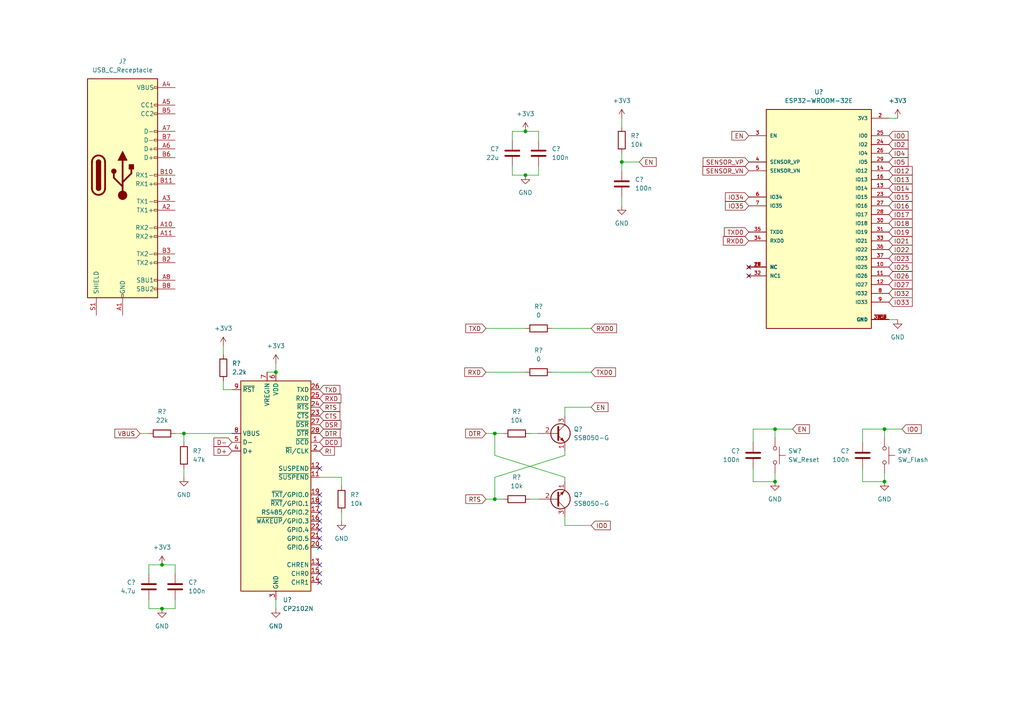
<source format=kicad_sch>
(kicad_sch (version 20211123) (generator eeschema)
  (paper "A4")
  (title_block (title "ESP32") (rev "1.0"))
  (lib_symbols
    (symbol "Connector:USB_C_Receptacle" (pin_names (offset 1.016))
      (property "Reference" "J" (at -10.16 29.21 0))
      (property "Value" "USB_C_Receptacle" (at 10.16 29.21 0))
      (symbol "USB_C_Receptacle_0_0"
        (rectangle (start -0.254 -35.56) (end 0.254 -34.544))
        (rectangle (start 10.16 -32.766) (end 9.144 -33.274))
        (rectangle (start 10.16 -30.226) (end 9.144 -30.734))
        (rectangle (start 10.16 -25.146) (end 9.144 -25.654))
        (rectangle (start 10.16 -22.606) (end 9.144 -23.114))
        (rectangle (start 10.16 -17.526) (end 9.144 -18.034))
        (rectangle (start 10.16 -14.986) (end 9.144 -15.494))
        (rectangle (start 10.16 -9.906) (end 9.144 -10.414))
        (rectangle (start 10.16 -7.366) (end 9.144 -7.874))
        (rectangle (start 10.16 -2.286) (end 9.144 -2.794))
        (rectangle (start 10.16 0.254) (end 9.144 -0.254))
        (rectangle (start 10.16 5.334) (end 9.144 4.826))
        (rectangle (start 10.16 7.874) (end 9.144 7.366))
        (rectangle (start 10.16 10.414) (end 9.144 9.906))
        (rectangle (start 10.16 12.954) (end 9.144 12.446))
        (rectangle (start 10.16 18.034) (end 9.144 17.526))
        (rectangle (start 10.16 20.574) (end 9.144 20.066))
        (rectangle (start 10.16 25.654) (end 9.144 25.146))
      )
      (symbol "USB_C_Receptacle_0_1"
        (rectangle (start -10.16 27.94) (end 10.16 -35.56) (stroke (width 0.254)) (fill (type background)))
        (arc (start -8.89 -3.81) (mid -6.985 -5.715) (end -5.08 -3.81) (stroke (width 0.508)))
        (arc (start -7.62 -3.81) (mid -6.985 -4.445) (end -6.35 -3.81) (stroke (width 0.254)))
        (arc (start -7.62 -3.81) (mid -6.985 -4.445) (end -6.35 -3.81) (stroke (width 0.254)) (fill (type outline)))
        (rectangle (start -7.62 -3.81) (end -6.35 3.81) (stroke (width 0.254)) (fill (type outline)))
        (arc (start -6.35 3.81) (mid -6.985 4.445) (end -7.62 3.81) (stroke (width 0.254)))
        (arc (start -6.35 3.81) (mid -6.985 4.445) (end -7.62 3.81) (stroke (width 0.254)) (fill (type outline)))
        (arc (start -5.08 3.81) (mid -6.985 5.715) (end -8.89 3.81) (stroke (width 0.508)))
        (polyline (pts (xy -8.89 -3.81) (xy -8.89 3.81)) (stroke (width 0.508)))
        (polyline (pts (xy -5.08 3.81) (xy -5.08 -3.81)) (stroke (width 0.508)))
      )
      (symbol "USB_C_Receptacle_1_1"
        (circle (center -2.54 1.143) (radius 0.635) (stroke (width 0.254)) (fill (type outline)))
        (circle (center 0 -5.842) (radius 1.27) (fill (type outline)))
        (polyline (pts (xy 0 -5.842) (xy 0 4.318)) (stroke (width 0.508)))
        (polyline (pts (xy 0 -3.302) (xy -2.54 -0.762) (xy -2.54 0.508)) (stroke (width 0.508)))
        (polyline (pts (xy 0 -2.032) (xy 2.54 0.508) (xy 2.54 1.778)) (stroke (width 0.508)))
        (polyline (pts (xy -1.27 4.318) (xy 0 6.858) (xy 1.27 4.318) (xy -1.27 4.318)) (stroke (width 0.254)) (fill (type outline)))
        (rectangle (start 1.905 1.778) (end 3.175 3.048) (stroke (width 0.254)) (fill (type outline)))
        (pin passive line (at 0 -40.64 90) (length 5.08) (name "GND") (number "A1"))
        (pin bidirectional line (at 15.24 -15.24 180) (length 5.08) (name "RX2-") (number "A10"))
        (pin bidirectional line (at 15.24 -17.78 180) (length 5.08) (name "RX2+") (number "A11"))
        (pin passive line (at 0 -40.64 90) (length 5.08) hide (name "GND") (number "A12"))
        (pin bidirectional line (at 15.24 -10.16 180) (length 5.08) (name "TX1+") (number "A2"))
        (pin bidirectional line (at 15.24 -7.62 180) (length 5.08) (name "TX1-") (number "A3"))
        (pin passive line (at 15.24 25.4 180) (length 5.08) (name "VBUS") (number "A4"))
        (pin bidirectional line (at 15.24 20.32 180) (length 5.08) (name "CC1") (number "A5"))
        (pin bidirectional line (at 15.24 7.62 180) (length 5.08) (name "D+") (number "A6"))
        (pin bidirectional line (at 15.24 12.7 180) (length 5.08) (name "D-") (number "A7"))
        (pin bidirectional line (at 15.24 -30.48 180) (length 5.08) (name "SBU1") (number "A8"))
        (pin passive line (at 15.24 25.4 180) (length 5.08) hide (name "VBUS") (number "A9"))
        (pin passive line (at 0 -40.64 90) (length 5.08) hide (name "GND") (number "B1"))
        (pin bidirectional line (at 15.24 0 180) (length 5.08) (name "RX1-") (number "B10"))
        (pin bidirectional line (at 15.24 -2.54 180) (length 5.08) (name "RX1+") (number "B11"))
        (pin passive line (at 0 -40.64 90) (length 5.08) hide (name "GND") (number "B12"))
        (pin bidirectional line (at 15.24 -25.4 180) (length 5.08) (name "TX2+") (number "B2"))
        (pin bidirectional line (at 15.24 -22.86 180) (length 5.08) (name "TX2-") (number "B3"))
        (pin passive line (at 15.24 25.4 180) (length 5.08) hide (name "VBUS") (number "B4"))
        (pin bidirectional line (at 15.24 17.78 180) (length 5.08) (name "CC2") (number "B5"))
        (pin bidirectional line (at 15.24 5.08 180) (length 5.08) (name "D+") (number "B6"))
        (pin bidirectional line (at 15.24 10.16 180) (length 5.08) (name "D-") (number "B7"))
        (pin bidirectional line (at 15.24 -33.02 180) (length 5.08) (name "SBU2") (number "B8"))
        (pin passive line (at 15.24 25.4 180) (length 5.08) hide (name "VBUS") (number "B9"))
        (pin passive line (at -7.62 -40.64 90) (length 5.08) (name "SHIELD") (number "S1"))
      )
    )
    (symbol "Device:C" (pin_numbers hide) (pin_names (offset 0.254))
      (property "Reference" "C" (at 0.635 2.54 0))
      (property "Value" "C" (at 0.635 -2.54 0))
      (symbol "C_0_1"
        (polyline (pts (xy -2.032 -0.762) (xy 2.032 -0.762)) (stroke (width 0.508)))
        (polyline (pts (xy -2.032 0.762) (xy 2.032 0.762)) (stroke (width 0.508)))
      )
      (symbol "C_1_1"
        (pin passive line (at 0 3.81 270) (length 2.794) (name "~") (number "1"))
        (pin passive line (at 0 -3.81 90) (length 2.794) (name "~") (number "2"))
      )
    )
    (symbol "Device:R" (pin_numbers hide) (pin_names (offset 0))
      (property "Reference" "R" (at 2.032 0 90))
      (property "Value" "R" (at 0 0 90))
      (symbol "R_0_1"
        (rectangle (start -1.016 -2.54) (end 1.016 2.54) (stroke (width 0.254)))
      )
      (symbol "R_1_1"
        (pin passive line (at 0 3.81 270) (length 1.27) (name "~") (number "1"))
        (pin passive line (at 0 -3.81 90) (length 1.27) (name "~") (number "2"))
      )
    )
    (symbol "ESP32-WROOM-32E__16MB_:ESP32-WROOM-32E_(16MB)" (pin_names (offset 1.016))
      (property "Reference" "U" (at -15.24 33.909 0))
      (property "Value" "ESP32-WROOM-32E_(16MB)" (at -15.24 -33.02 0))
      (symbol "ESP32-WROOM-32E_(16MB)_0_0"
        (rectangle (start -15.24 -30.48) (end 15.24 33.02) (stroke (width 0.254)) (fill (type background)))
        (pin power_in line (at 20.32 -27.94 180) (length 5.08) (name "GND") (number "1"))
        (pin bidirectional line (at 20.32 -12.7 180) (length 5.08) (name "IO25") (number "10"))
        (pin bidirectional line (at 20.32 -15.24 180) (length 5.08) (name "IO26") (number "11"))
        (pin bidirectional line (at 20.32 -17.78 180) (length 5.08) (name "IO27") (number "12"))
        (pin bidirectional line (at 20.32 10.16 180) (length 5.08) (name "IO14") (number "13"))
        (pin bidirectional line (at 20.32 15.24 180) (length 5.08) (name "IO12") (number "14"))
        (pin power_in line (at 20.32 -27.94 180) (length 5.08) (name "GND") (number "15"))
        (pin bidirectional line (at 20.32 12.7 180) (length 5.08) (name "IO13") (number "16"))
        (pin no_connect line (at -20.32 -12.7 0) (length 5.08) (name "NC") (number "17"))
        (pin no_connect line (at -20.32 -12.7 0) (length 5.08) (name "NC") (number "18"))
        (pin no_connect line (at -20.32 -12.7 0) (length 5.08) (name "NC") (number "19"))
        (pin power_in line (at 20.32 30.48 180) (length 5.08) (name "3V3") (number "2"))
        (pin no_connect line (at -20.32 -12.7 0) (length 5.08) (name "NC") (number "20"))
        (pin no_connect line (at -20.32 -12.7 0) (length 5.08) (name "NC") (number "21"))
        (pin no_connect line (at -20.32 -12.7 0) (length 5.08) (name "NC") (number "22"))
        (pin bidirectional line (at 20.32 7.62 180) (length 5.08) (name "IO15") (number "23"))
        (pin bidirectional line (at 20.32 22.86 180) (length 5.08) (name "IO2") (number "24"))
        (pin bidirectional line (at 20.32 25.4 180) (length 5.08) (name "IO0") (number "25"))
        (pin bidirectional line (at 20.32 20.32 180) (length 5.08) (name "IO4") (number "26"))
        (pin bidirectional line (at 20.32 5.08 180) (length 5.08) (name "IO16") (number "27"))
        (pin bidirectional line (at 20.32 2.54 180) (length 5.08) (name "IO17") (number "28"))
        (pin bidirectional line (at 20.32 17.78 180) (length 5.08) (name "IO5") (number "29"))
        (pin input line (at -20.32 25.4 0) (length 5.08) (name "EN") (number "3"))
        (pin bidirectional line (at 20.32 0 180) (length 5.08) (name "IO18") (number "30"))
        (pin bidirectional line (at 20.32 -2.54 180) (length 5.08) (name "IO19") (number "31"))
        (pin no_connect line (at -20.32 -15.24 0) (length 5.08) (name "NC1") (number "32"))
        (pin bidirectional line (at 20.32 -5.08 180) (length 5.08) (name "IO21") (number "33"))
        (pin bidirectional line (at -20.32 -5.08 0) (length 5.08) (name "RXD0") (number "34"))
        (pin bidirectional line (at -20.32 -2.54 0) (length 5.08) (name "TXD0") (number "35"))
        (pin bidirectional line (at 20.32 -7.62 180) (length 5.08) (name "IO22") (number "36"))
        (pin bidirectional line (at 20.32 -10.16 180) (length 5.08) (name "IO23") (number "37"))
        (pin power_in line (at 20.32 -27.94 180) (length 5.08) (name "GND") (number "38"))
        (pin power_in line (at 20.32 -27.94 180) (length 5.08) (name "GND") (number "39_1"))
        (pin power_in line (at 20.32 -27.94 180) (length 5.08) (name "GND") (number "39_2"))
        (pin power_in line (at 20.32 -27.94 180) (length 5.08) (name "GND") (number "39_3"))
        (pin power_in line (at 20.32 -27.94 180) (length 5.08) (name "GND") (number "39_4"))
        (pin power_in line (at 20.32 -27.94 180) (length 5.08) (name "GND") (number "39_5"))
        (pin power_in line (at 20.32 -27.94 180) (length 5.08) (name "GND") (number "39_6"))
        (pin power_in line (at 20.32 -27.94 180) (length 5.08) (name "GND") (number "39_7"))
        (pin power_in line (at 20.32 -27.94 180) (length 5.08) (name "GND") (number "39_8"))
        (pin power_in line (at 20.32 -27.94 180) (length 5.08) (name "GND") (number "39_9"))
        (pin input line (at -20.32 17.78 0) (length 5.08) (name "SENSOR_VP") (number "4"))
        (pin input line (at -20.32 15.24 0) (length 5.08) (name "SENSOR_VN") (number "5"))
        (pin input line (at -20.32 7.62 0) (length 5.08) (name "IO34") (number "6"))
        (pin input line (at -20.32 5.08 0) (length 5.08) (name "IO35") (number "7"))
        (pin bidirectional line (at 20.32 -20.32 180) (length 5.08) (name "IO32") (number "8"))
        (pin bidirectional line (at 20.32 -22.86 180) (length 5.08) (name "IO33") (number "9"))
      )
    )
    (symbol "Interface_USB:CP2102N-Axx-xQFN28"
      (property "Reference" "U" (at -8.89 31.75 0))
      (property "Value" "CP2102N-Axx-xQFN28" (at 12.7 31.75 0))
      (symbol "CP2102N-Axx-xQFN28_0_1"
        (rectangle (start -10.16 30.48) (end 10.16 -30.48) (stroke (width 0.254)) (fill (type background)))
      )
      (symbol "CP2102N-Axx-xQFN28_1_1"
        (pin input line (at 12.7 12.7 180) (length 2.54) (name "~{DCD}") (number "1"))
        (pin no_connect line (at -10.16 -27.94 0) (length 2.54) hide (name "NC") (number "10"))
        (pin output line (at 12.7 2.54 180) (length 2.54) (name "~{SUSPEND}") (number "11"))
        (pin output line (at 12.7 5.08 180) (length 2.54) (name "SUSPEND") (number "12"))
        (pin output line (at 12.7 -22.86 180) (length 2.54) (name "CHREN") (number "13"))
        (pin output line (at 12.7 -27.94 180) (length 2.54) (name "CHR1") (number "14"))
        (pin output line (at 12.7 -25.4 180) (length 2.54) (name "CHR0") (number "15"))
        (pin bidirectional line (at 12.7 -10.16 180) (length 2.54) (name "~{WAKEUP}/GPIO.3") (number "16"))
        (pin bidirectional line (at 12.7 -7.62 180) (length 2.54) (name "RS485/GPIO.2") (number "17"))
        (pin bidirectional line (at 12.7 -5.08 180) (length 2.54) (name "~{RXT}/GPIO.1") (number "18"))
        (pin bidirectional line (at 12.7 -2.54 180) (length 2.54) (name "~{TXT}/GPIO.0") (number "19"))
        (pin bidirectional line (at 12.7 10.16 180) (length 2.54) (name "~{RI}/CLK") (number "2"))
        (pin bidirectional line (at 12.7 -17.78 180) (length 2.54) (name "GPIO.6") (number "20"))
        (pin bidirectional line (at 12.7 -15.24 180) (length 2.54) (name "GPIO.5") (number "21"))
        (pin bidirectional line (at 12.7 -12.7 180) (length 2.54) (name "GPIO.4") (number "22"))
        (pin input line (at 12.7 20.32 180) (length 2.54) (name "~{CTS}") (number "23"))
        (pin output line (at 12.7 22.86 180) (length 2.54) (name "~{RTS}") (number "24"))
        (pin input line (at 12.7 25.4 180) (length 2.54) (name "RXD") (number "25"))
        (pin output line (at 12.7 27.94 180) (length 2.54) (name "TXD") (number "26"))
        (pin input line (at 12.7 17.78 180) (length 2.54) (name "~{DSR}") (number "27"))
        (pin output line (at 12.7 15.24 180) (length 2.54) (name "~{DTR}") (number "28"))
        (pin passive line (at 0 -33.02 90) (length 2.54) hide (name "GND") (number "29"))
        (pin power_in line (at 0 -33.02 90) (length 2.54) (name "GND") (number "3"))
        (pin bidirectional line (at -12.7 10.16 0) (length 2.54) (name "D+") (number "4"))
        (pin bidirectional line (at -12.7 12.7 0) (length 2.54) (name "D-") (number "5"))
        (pin power_in line (at 0 33.02 270) (length 2.54) (name "VDD") (number "6"))
        (pin power_in line (at -2.54 33.02 270) (length 2.54) (name "VREGIN") (number "7"))
        (pin input line (at -12.7 15.24 0) (length 2.54) (name "VBUS") (number "8"))
        (pin input line (at -12.7 27.94 0) (length 2.54) (name "~{RST}") (number "9"))
      )
    )
    (symbol "Switch:SW_Push" (pin_numbers hide) (pin_names (offset 1.016) hide)
      (property "Reference" "SW" (at 1.27 2.54 0))
      (property "Value" "SW_Push" (at 0 -1.524 0))
      (symbol "SW_Push_0_1"
        (circle (center -2.032 0) (radius 0.508))
        (polyline (pts (xy 0 1.27) (xy 0 3.048)))
        (polyline (pts (xy 2.54 1.27) (xy -2.54 1.27)))
        (circle (center 2.032 0) (radius 0.508))
        (pin passive line (at -5.08 0 0) (length 2.54) (name "1") (number "1"))
        (pin passive line (at 5.08 0 180) (length 2.54) (name "2") (number "2"))
      )
    )
    (symbol "Transistor_BJT:S8050" (pin_names (offset 0) hide)
      (property "Reference" "Q" (at 5.08 1.905 0))
      (property "Value" "S8050" (at 5.08 0 0))
      (symbol "S8050_0_1"
        (polyline (pts (xy 0 0) (xy 0.635 0)))
        (polyline (pts (xy 0.635 0.635) (xy 2.54 2.54)))
        (polyline (pts (xy 0.635 -0.635) (xy 2.54 -2.54) (xy 2.54 -2.54)))
        (polyline (pts (xy 0.635 1.905) (xy 0.635 -1.905) (xy 0.635 -1.905)) (stroke (width 0.508)))
        (polyline (pts (xy 1.27 -1.778) (xy 1.778 -1.27) (xy 2.286 -2.286) (xy 1.27 -1.778) (xy 1.27 -1.778)) (fill (type outline)))
        (circle (center 1.27 0) (radius 2.8194) (stroke (width 0.254)))
      )
      (symbol "S8050_1_1"
        (pin passive line (at 2.54 -5.08 90) (length 2.54) (name "E") (number "1"))
        (pin input line (at -5.08 0 0) (length 5.08) (name "B") (number "2"))
        (pin passive line (at 2.54 5.08 270) (length 2.54) (name "C") (number "3"))
      )
    )
    (symbol "power:+3V3" (power) (pin_names (offset 0))
      (property "Value" "+3V3" (at 0 3.556 0))
      (symbol "+3V3_0_1"
        (polyline (pts (xy -0.762 1.27) (xy 0 2.54)))
        (polyline (pts (xy 0 0) (xy 0 2.54)))
        (polyline (pts (xy 0 2.54) (xy 0.762 1.27)))
      )
      (symbol "+3V3_1_1"
        (pin power_in line (at 0 0 90) (length 0) hide (name "+3V3") (number "1"))
      )
    )
    (symbol "power:GND" (power) (pin_names (offset 0))
      (property "Value" "GND" (at 0 -3.81 0))
      (symbol "GND_0_1"
        (polyline (pts (xy 0 0) (xy 0 -1.27) (xy 1.27 -1.27) (xy 0 -2.54) (xy -1.27 -1.27) (xy 0 -1.27)))
      )
      (symbol "GND_1_1"
        (pin power_in line (at 0 0 270) (length 0) hide (name "GND") (number "1"))
      )
    )
  )
  (junction (at 152.4 50.8))
  (junction (at 80.01 107.95))
  (junction (at 224.79 139.7))
  (junction (at 53.34 125.73))
  (junction (at 152.4 38.1))
  (junction (at 224.79 124.46))
  (junction (at 143.51 125.73))
  (junction (at 180.34 46.99))
  (junction (at 46.99 176.53))
  (junction (at 256.54 139.7))
  (junction (at 46.99 163.83))
  (junction (at 143.51 144.78))
  (junction (at 256.54 124.46))
  (no_connect (at 217.17 77.47))
  (no_connect (at 217.17 80.01))
  (no_connect (at 92.71 158.75))
  (no_connect (at 92.71 166.37))
  (no_connect (at 92.71 163.83))
  (no_connect (at 92.71 151.13))
  (no_connect (at 92.71 168.91))
  (no_connect (at 92.71 146.05))
  (no_connect (at 92.71 148.59))
  (no_connect (at 92.71 156.21))
  (no_connect (at 92.71 153.67))
  (no_connect (at 92.71 143.51))
  (no_connect (at 92.71 135.89))
  (wire (pts (xy 218.44 139.7) (xy 224.79 139.7)))
  (wire (pts (xy 43.18 166.37) (xy 43.18 163.83)))
  (wire (pts (xy 143.51 125.73) (xy 143.51 132.08)))
  (wire (pts (xy 143.51 132.08) (xy 163.83 138.43)))
  (wire (pts (xy 140.97 107.95) (xy 152.4 107.95)))
  (wire (pts (xy 218.44 135.89) (xy 218.44 139.7)))
  (wire (pts (xy 180.34 34.29) (xy 180.34 36.83)))
  (wire (pts (xy 163.83 152.4) (xy 171.45 152.4)))
  (wire (pts (xy 218.44 128.27) (xy 218.44 124.46)))
  (wire (pts (xy 46.99 176.53) (xy 50.8 176.53)))
  (wire (pts (xy 163.83 152.4) (xy 163.83 149.86)))
  (wire (pts (xy 163.83 118.11) (xy 171.45 118.11)))
  (wire (pts (xy 80.01 173.99) (xy 80.01 176.53)))
  (wire (pts (xy 43.18 163.83) (xy 46.99 163.83)))
  (wire (pts (xy 80.01 105.41) (xy 80.01 107.95)))
  (wire (pts (xy 40.64 125.73) (xy 43.18 125.73)))
  (wire (pts (xy 180.34 44.45) (xy 180.34 46.99)))
  (wire (pts (xy 256.54 137.16) (xy 256.54 139.7)))
  (wire (pts (xy 64.77 100.33) (xy 64.77 102.87)))
  (wire (pts (xy 43.18 176.53) (xy 46.99 176.53)))
  (wire (pts (xy 152.4 50.8) (xy 156.21 50.8)))
  (wire (pts (xy 50.8 176.53) (xy 50.8 173.99)))
  (wire (pts (xy 180.34 46.99) (xy 180.34 49.53)))
  (wire (pts (xy 140.97 144.78) (xy 143.51 144.78)))
  (wire (pts (xy 250.19 135.89) (xy 250.19 139.7)))
  (wire (pts (xy 140.97 95.25) (xy 152.4 95.25)))
  (wire (pts (xy 153.67 125.73) (xy 156.21 125.73)))
  (wire (pts (xy 160.02 107.95) (xy 171.45 107.95)))
  (wire (pts (xy 99.06 138.43) (xy 99.06 140.97)))
  (wire (pts (xy 250.19 128.27) (xy 250.19 124.46)))
  (wire (pts (xy 224.79 137.16) (xy 224.79 139.7)))
  (wire (pts (xy 64.77 113.03) (xy 67.31 113.03)))
  (wire (pts (xy 43.18 173.99) (xy 43.18 176.53)))
  (wire (pts (xy 77.47 107.95) (xy 80.01 107.95)))
  (wire (pts (xy 92.71 138.43) (xy 99.06 138.43)))
  (wire (pts (xy 53.34 125.73) (xy 53.34 128.27)))
  (wire (pts (xy 153.67 144.78) (xy 156.21 144.78)))
  (wire (pts (xy 163.83 138.43) (xy 163.83 139.7)))
  (wire (pts (xy 148.59 50.8) (xy 152.4 50.8)))
  (wire (pts (xy 218.44 124.46) (xy 224.79 124.46)))
  (wire (pts (xy 257.81 34.29) (xy 260.35 34.29)))
  (wire (pts (xy 46.99 163.83) (xy 50.8 163.83)))
  (wire (pts (xy 163.83 130.81) (xy 163.83 132.08)))
  (wire (pts (xy 53.34 135.89) (xy 53.34 138.43)))
  (wire (pts (xy 180.34 46.99) (xy 185.42 46.99)))
  (wire (pts (xy 224.79 124.46) (xy 229.87 124.46)))
  (wire (pts (xy 152.4 38.1) (xy 156.21 38.1)))
  (wire (pts (xy 256.54 124.46) (xy 256.54 127)))
  (wire (pts (xy 156.21 38.1) (xy 156.21 40.64)))
  (wire (pts (xy 180.34 57.15) (xy 180.34 59.69)))
  (wire (pts (xy 156.21 50.8) (xy 156.21 48.26)))
  (wire (pts (xy 140.97 125.73) (xy 143.51 125.73)))
  (wire (pts (xy 143.51 125.73) (xy 146.05 125.73)))
  (wire (pts (xy 163.83 132.08) (xy 143.51 138.43)))
  (wire (pts (xy 224.79 124.46) (xy 224.79 127)))
  (wire (pts (xy 250.19 124.46) (xy 256.54 124.46)))
  (wire (pts (xy 148.59 48.26) (xy 148.59 50.8)))
  (wire (pts (xy 143.51 138.43) (xy 143.51 144.78)))
  (wire (pts (xy 50.8 163.83) (xy 50.8 166.37)))
  (wire (pts (xy 160.02 95.25) (xy 171.45 95.25)))
  (wire (pts (xy 256.54 124.46) (xy 261.62 124.46)))
  (wire (pts (xy 99.06 148.59) (xy 99.06 151.13)))
  (wire (pts (xy 250.19 139.7) (xy 256.54 139.7)))
  (wire (pts (xy 143.51 144.78) (xy 146.05 144.78)))
  (wire (pts (xy 50.8 125.73) (xy 53.34 125.73)))
  (wire (pts (xy 257.81 92.71) (xy 260.35 92.71)))
  (wire (pts (xy 148.59 40.64) (xy 148.59 38.1)))
  (wire (pts (xy 64.77 110.49) (xy 64.77 113.03)))
  (wire (pts (xy 53.34 125.73) (xy 67.31 125.73)))
  (wire (pts (xy 163.83 118.11) (xy 163.83 120.65)))
  (wire (pts (xy 148.59 38.1) (xy 152.4 38.1)))
  (global_label "RTS" (shape input) (at 92.71 118.11 0) (property "Intersheet References" "${INTERSHEET_REFS}" (effects hide)))
  (global_label "IO23" (shape input) (at 257.81 74.93 0) (property "Intersheet References" "${INTERSHEET_REFS}" (effects hide)))
  (global_label "TXD0" (shape input) (at 217.17 67.31 180) (property "Intersheet References" "${INTERSHEET_REFS}" (effects hide)))
  (global_label "IO4" (shape input) (at 257.81 44.45 0) (property "Intersheet References" "${INTERSHEET_REFS}" (effects hide)))
  (global_label "IO26" (shape input) (at 257.81 80.01 0) (property "Intersheet References" "${INTERSHEET_REFS}" (effects hide)))
  (global_label "IO17" (shape input) (at 257.81 62.23 0) (property "Intersheet References" "${INTERSHEET_REFS}" (effects hide)))
  (global_label "RXD" (shape input) (at 140.97 107.95 180) (property "Intersheet References" "${INTERSHEET_REFS}" (effects hide)))
  (global_label "IO27" (shape input) (at 257.81 82.55 0) (property "Intersheet References" "${INTERSHEET_REFS}" (effects hide)))
  (global_label "TXD0" (shape input) (at 171.45 107.95 0) (property "Intersheet References" "${INTERSHEET_REFS}" (effects hide)))
  (global_label "EN" (shape input) (at 185.42 46.99 0) (property "Intersheet References" "${INTERSHEET_REFS}" (effects hide)))
  (global_label "CTS" (shape input) (at 92.71 120.65 0) (property "Intersheet References" "${INTERSHEET_REFS}" (effects hide)))
  (global_label "IO18" (shape input) (at 257.81 64.77 0) (property "Intersheet References" "${INTERSHEET_REFS}" (effects hide)))
  (global_label "VBUS" (shape input) (at 40.64 125.73 180) (property "Intersheet References" "${INTERSHEET_REFS}" (effects hide)))
  (global_label "SENSOR_VN" (shape input) (at 217.17 49.53 180) (property "Intersheet References" "${INTERSHEET_REFS}" (effects hide)))
  (global_label "IO16" (shape input) (at 257.81 59.69 0) (property "Intersheet References" "${INTERSHEET_REFS}" (effects hide)))
  (global_label "IO0" (shape input) (at 261.62 124.46 0) (property "Intersheet References" "${INTERSHEET_REFS}" (effects hide)))
  (global_label "EN" (shape input) (at 229.87 124.46 0) (property "Intersheet References" "${INTERSHEET_REFS}" (effects hide)))
  (global_label "IO2" (shape input) (at 257.81 41.91 0) (property "Intersheet References" "${INTERSHEET_REFS}" (effects hide)))
  (global_label "IO32" (shape input) (at 257.81 85.09 0) (property "Intersheet References" "${INTERSHEET_REFS}" (effects hide)))
  (global_label "EN" (shape input) (at 217.17 39.37 180) (property "Intersheet References" "${INTERSHEET_REFS}" (effects hide)))
  (global_label "EN" (shape input) (at 171.45 118.11 0) (property "Intersheet References" "${INTERSHEET_REFS}" (effects hide)))
  (global_label "IO0" (shape input) (at 171.45 152.4 0) (property "Intersheet References" "${INTERSHEET_REFS}" (effects hide)))
  (global_label "IO15" (shape input) (at 257.81 57.15 0) (property "Intersheet References" "${INTERSHEET_REFS}" (effects hide)))
  (global_label "D+" (shape input) (at 67.31 130.81 180) (property "Intersheet References" "${INTERSHEET_REFS}" (effects hide)))
  (global_label "IO25" (shape input) (at 257.81 77.47 0) (property "Intersheet References" "${INTERSHEET_REFS}" (effects hide)))
  (global_label "IO12" (shape input) (at 257.81 49.53 0) (property "Intersheet References" "${INTERSHEET_REFS}" (effects hide)))
  (global_label "IO33" (shape input) (at 257.81 87.63 0) (property "Intersheet References" "${INTERSHEET_REFS}" (effects hide)))
  (global_label "IO13" (shape input) (at 257.81 52.07 0) (property "Intersheet References" "${INTERSHEET_REFS}" (effects hide)))
  (global_label "IO5" (shape input) (at 257.81 46.99 0) (property "Intersheet References" "${INTERSHEET_REFS}" (effects hide)))
  (global_label "DTR" (shape input) (at 140.97 125.73 180) (property "Intersheet References" "${INTERSHEET_REFS}" (effects hide)))
  (global_label "RTS" (shape input) (at 140.97 144.78 180) (property "Intersheet References" "${INTERSHEET_REFS}" (effects hide)))
  (global_label "RXD0" (shape input) (at 171.45 95.25 0) (property "Intersheet References" "${INTERSHEET_REFS}" (effects hide)))
  (global_label "IO0" (shape input) (at 257.81 39.37 0) (property "Intersheet References" "${INTERSHEET_REFS}" (effects hide)))
  (global_label "IO22" (shape input) (at 257.81 72.39 0) (property "Intersheet References" "${INTERSHEET_REFS}" (effects hide)))
  (global_label "IO14" (shape input) (at 257.81 54.61 0) (property "Intersheet References" "${INTERSHEET_REFS}" (effects hide)))
  (global_label "DSR" (shape input) (at 92.71 123.19 0) (property "Intersheet References" "${INTERSHEET_REFS}" (effects hide)))
  (global_label "DCD" (shape input) (at 92.71 128.27 0) (property "Intersheet References" "${INTERSHEET_REFS}" (effects hide)))
  (global_label "IO21" (shape input) (at 257.81 69.85 0) (property "Intersheet References" "${INTERSHEET_REFS}" (effects hide)))
  (global_label "SENSOR_VP" (shape input) (at 217.17 46.99 180) (property "Intersheet References" "${INTERSHEET_REFS}" (effects hide)))
  (global_label "D-" (shape input) (at 67.31 128.27 180) (property "Intersheet References" "${INTERSHEET_REFS}" (effects hide)))
  (global_label "IO19" (shape input) (at 257.81 67.31 0) (property "Intersheet References" "${INTERSHEET_REFS}" (effects hide)))
  (global_label "TXD" (shape input) (at 92.71 113.03 0) (property "Intersheet References" "${INTERSHEET_REFS}" (effects hide)))
  (global_label "IO35" (shape input) (at 217.17 59.69 180) (property "Intersheet References" "${INTERSHEET_REFS}" (effects hide)))
  (global_label "RXD0" (shape input) (at 217.17 69.85 180) (property "Intersheet References" "${INTERSHEET_REFS}" (effects hide)))
  (global_label "IO34" (shape input) (at 217.17 57.15 180) (property "Intersheet References" "${INTERSHEET_REFS}" (effects hide)))
  (global_label "RI" (shape input) (at 92.71 130.81 0) (property "Intersheet References" "${INTERSHEET_REFS}" (effects hide)))
  (global_label "DTR" (shape input) (at 92.71 125.73 0) (property "Intersheet References" "${INTERSHEET_REFS}" (effects hide)))
  (global_label "TXD" (shape input) (at 140.97 95.25 180) (property "Intersheet References" "${INTERSHEET_REFS}" (effects hide)))
  (global_label "RXD" (shape input) (at 92.71 115.57 0) (property "Intersheet References" "${INTERSHEET_REFS}" (effects hide)))
  (symbol (lib_id "Transistor_BJT:S8050") (at 161.29 125.73 0) (unit 1)
    (property "Reference" "Q?" (at 166.37 124.4599 0) (effects (justify left)))
    (property "Value" "SS8050-G" (at 166.37 126.9999 0) (effects (justify left)))
    (property "Footprint" "Package_TO_SOT_THT:TO-92_Inline" (effects hide))
    (property "Datasheet" "http://www.unisonic.com.tw/datasheet/S8050.pdf" (effects hide))
  )
  (symbol (lib_id "power:GND") (at 180.34 59.69 0) (unit 1)
    (property "Reference" "#PWR?" (effects hide))
    (property "Value" "GND" (at 180.34 64.77 0))
  )
  (symbol (lib_id "power:+3V3") (at 180.34 34.29 0) (unit 1)
    (property "Reference" "#PWR?" (effects hide))
    (property "Value" "+3V3" (at 180.34 29.21 0))
  )
  (symbol (lib_id "Device:C") (at 218.44 132.08 0) (mirror y) (unit 1)
    (property "Reference" "C?" (at 214.63 130.8099 0) (effects (justify left)))
    (property "Value" "100n" (at 214.63 133.3499 0) (effects (justify left)))
  )
  (symbol (lib_id "power:GND") (at 260.35 92.71 0) (unit 1)
    (property "Reference" "#PWR?" (effects hide))
    (property "Value" "GND" (at 260.35 97.79 0))
  )
  (symbol (lib_id "power:GND") (at 152.4 50.8 0) (unit 1)
    (property "Reference" "#PWR?" (effects hide))
    (property "Value" "GND" (at 152.4 55.88 0))
  )
  (symbol (lib_id "Device:C") (at 156.21 44.45 0) (unit 1)
    (property "Reference" "C?" (at 160.02 43.1799 0) (effects (justify left)))
    (property "Value" "100n" (at 160.02 45.7199 0) (effects (justify left)))
  )
  (symbol (lib_id "Device:C") (at 180.34 53.34 0) (unit 1)
    (property "Reference" "C?" (at 184.15 52.0699 0) (effects (justify left)))
    (property "Value" "100n" (at 184.15 54.6099 0) (effects (justify left)))
  )
  (symbol (lib_id "power:+3V3") (at 64.77 100.33 0) (unit 1)
    (property "Reference" "#PWR?" (effects hide))
    (property "Value" "+3V3" (at 64.77 95.25 0))
  )
  (symbol (lib_id "Device:C") (at 250.19 132.08 0) (mirror y) (unit 1)
    (property "Reference" "C?" (at 246.38 130.8099 0) (effects (justify left)))
    (property "Value" "100n" (at 246.38 133.3499 0) (effects (justify left)))
  )
  (symbol (lib_id "power:+3V3") (at 260.35 34.29 0) (unit 1)
    (property "Reference" "#PWR?" (effects hide))
    (property "Value" "+3V3" (at 260.35 29.21 0))
  )
  (symbol (lib_id "Device:R") (at 64.77 106.68 0) (unit 1)
    (property "Reference" "R?" (at 67.31 105.4099 0) (effects (justify left)))
    (property "Value" "2.2k" (at 67.31 107.9499 0) (effects (justify left)))
  )
  (symbol (lib_id "Device:R") (at 46.99 125.73 90) (unit 1)
    (property "Reference" "R?" (at 46.99 119.38 90))
    (property "Value" "22k" (at 46.99 121.92 90))
  )
  (symbol (lib_id "power:GND") (at 224.79 139.7 0) (unit 1)
    (property "Reference" "#PWR?" (effects hide))
    (property "Value" "GND" (at 224.79 144.78 0))
  )
  (symbol (lib_id "power:GND") (at 80.01 176.53 0) (unit 1)
    (property "Reference" "#PWR?" (effects hide))
    (property "Value" "GND" (at 80.01 181.61 0))
  )
  (symbol (lib_id "Interface_USB:CP2102N-Axx-xQFN28") (at 80.01 140.97 0) (unit 1)
    (property "Reference" "U?" (at 82.0294 173.99 0) (effects (justify left)))
    (property "Value" "CP2102N" (at 82.0294 176.53 0) (effects (justify left)))
    (property "Footprint" "Package_DFN_QFN:QFN-28-1EP_5x5mm_P0.5mm_EP3.35x3.35mm" (effects hide))
    (property "Datasheet" "https://www.silabs.com/documents/public/data-sheets/cp2102n-datasheet.pdf" (effects hide))
  )
  (symbol (lib_id "Device:C") (at 50.8 170.18 0) (unit 1)
    (property "Reference" "C?" (at 54.61 168.9099 0) (effects (justify left)))
    (property "Value" "100n" (at 54.61 171.4499 0) (effects (justify left)))
  )
  (symbol (lib_id "power:+3V3") (at 46.99 163.83 0) (unit 1)
    (property "Reference" "#PWR?" (effects hide))
    (property "Value" "+3V3" (at 46.99 158.75 0))
  )
  (symbol (lib_id "Transistor_BJT:S8050") (at 161.29 144.78 0) (mirror x) (unit 1)
    (property "Reference" "Q?" (at 166.37 143.5099 0) (effects (justify left)))
    (property "Value" "SS8050-G" (at 166.37 146.0499 0) (effects (justify left)))
    (property "Footprint" "Package_TO_SOT_THT:TO-92_Inline" (effects hide))
    (property "Datasheet" "http://www.unisonic.com.tw/datasheet/S8050.pdf" (effects hide))
  )
  (symbol (lib_id "Device:R") (at 149.86 125.73 90) (unit 1)
    (property "Reference" "R?" (at 149.86 119.38 90))
    (property "Value" "10k" (at 149.86 121.92 90))
  )
  (symbol (lib_id "Device:R") (at 53.34 132.08 0) (unit 1)
    (property "Reference" "R?" (at 55.88 130.8099 0) (effects (justify left)))
    (property "Value" "47k" (at 55.88 133.3499 0) (effects (justify left)))
  )
  (symbol (lib_id "power:GND") (at 46.99 176.53 0) (unit 1)
    (property "Reference" "#PWR?" (effects hide))
    (property "Value" "GND" (at 46.99 181.61 0))
  )
  (symbol (lib_id "Device:R") (at 156.21 107.95 90) (unit 1)
    (property "Reference" "R?" (at 156.21 101.6 90))
    (property "Value" "0" (at 156.21 104.14 90))
  )
  (symbol (lib_id "Connector:USB_C_Receptacle") (at 35.56 50.8 0) (unit 1)
    (property "Reference" "J?" (at 35.56 17.78 0))
    (property "Value" "USB_C_Receptacle" (at 35.56 20.32 0))
    (property "Datasheet" "https://www.usb.org/sites/default/files/documents/usb_type-c.zip" (effects hide))
  )
  (symbol (lib_id "power:GND") (at 99.06 151.13 0) (unit 1)
    (property "Reference" "#PWR?" (effects hide))
    (property "Value" "GND" (at 99.06 156.21 0))
  )
  (symbol (lib_id "Device:R") (at 149.86 144.78 90) (unit 1)
    (property "Reference" "R?" (at 149.86 138.43 90))
    (property "Value" "10k" (at 149.86 140.97 90))
  )
  (symbol (lib_id "Device:R") (at 156.21 95.25 90) (unit 1)
    (property "Reference" "R?" (at 156.21 88.9 90))
    (property "Value" "0" (at 156.21 91.44 90))
  )
  (symbol (lib_id "ESP32-WROOM-32E__16MB_:ESP32-WROOM-32E_(16MB)") (at 237.49 64.77 0) (unit 1)
    (property "Reference" "U?" (at 237.49 26.67 0))
    (property "Value" "ESP32-WROOM-32E" (at 237.49 29.21 0))
    (property "Footprint" "XCVR_ESP32-WROOM-32E_(16MB)" (effects hide))
    (property "MANUFACTURER" "Espressif Systems" (effects hide))
    (property "MAXIMUM_PACKAGE_HEIGHT" "3.25mm" (effects hide))
    (property "STANDARD" "Manufacturer Recommendations" (effects hide))
    (property "PARTREV" "1.4" (effects hide))
  )
  (symbol (lib_id "Device:R") (at 180.34 40.64 0) (unit 1)
    (property "Reference" "R?" (at 182.88 39.3699 0) (effects (justify left)))
    (property "Value" "10k" (at 182.88 41.9099 0) (effects (justify left)))
  )
  (symbol (lib_id "Switch:SW_Push") (at 224.79 132.08 270) (mirror x) (unit 1)
    (property "Reference" "SW?" (at 228.6 130.8099 90) (effects (justify left)))
    (property "Value" "SW_Reset" (at 228.6 133.3499 90) (effects (justify left)))
  )
  (symbol (lib_id "power:GND") (at 256.54 139.7 0) (unit 1)
    (property "Reference" "#PWR?" (effects hide))
    (property "Value" "GND" (at 256.54 144.78 0))
  )
  (symbol (lib_id "Device:C") (at 148.59 44.45 0) (mirror y) (unit 1)
    (property "Reference" "C?" (at 144.78 43.1799 0) (effects (justify left)))
    (property "Value" "22u" (at 144.78 45.7199 0) (effects (justify left)))
  )
  (symbol (lib_id "power:GND") (at 53.34 138.43 0) (unit 1)
    (property "Reference" "#PWR?" (effects hide))
    (property "Value" "GND" (at 53.34 143.51 0))
  )
  (symbol (lib_id "power:+3V3") (at 80.01 105.41 0) (unit 1)
    (property "Reference" "#PWR?" (effects hide))
    (property "Value" "+3V3" (at 80.01 100.33 0))
  )
  (symbol (lib_id "Device:R") (at 99.06 144.78 0) (unit 1)
    (property "Reference" "R?" (at 101.6 143.5099 0) (effects (justify left)))
    (property "Value" "10k" (at 101.6 146.0499 0) (effects (justify left)))
  )
  (symbol (lib_id "Device:C") (at 43.18 170.18 0) (mirror y) (unit 1)
    (property "Reference" "C?" (at 39.37 168.9099 0) (effects (justify left)))
    (property "Value" "4.7u" (at 39.37 171.4499 0) (effects (justify left)))
  )
  (symbol (lib_id "power:+3V3") (at 152.4 38.1 0) (unit 1)
    (property "Reference" "#PWR?" (effects hide))
    (property "Value" "+3V3" (at 152.4 33.02 0))
  )
  (symbol (lib_id "Switch:SW_Push") (at 256.54 132.08 270) (mirror x) (unit 1)
    (property "Reference" "SW?" (at 260.35 130.8099 90) (effects (justify left)))
    (property "Value" "SW_Flash" (at 260.35 133.3499 90) (effects (justify left)))
  )
)
</source>
